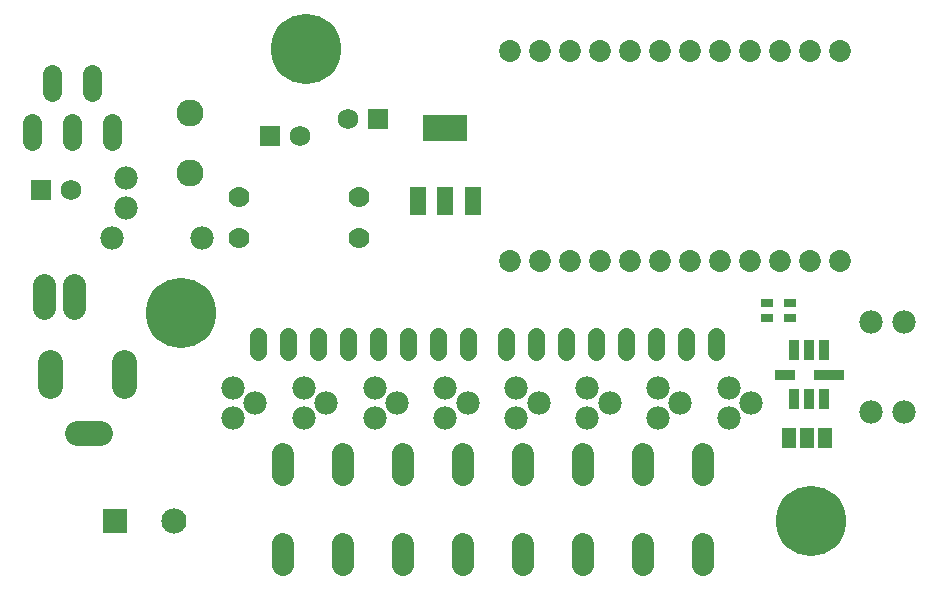
<source format=gts>
G75*
%MOIN*%
%OFA0B0*%
%FSLAX24Y24*%
%IPPOS*%
%LPD*%
%AMOC8*
5,1,8,0,0,1.08239X$1,22.5*
%
%ADD10R,0.1024X0.0355*%
%ADD11R,0.0697X0.0355*%
%ADD12R,0.0355X0.0697*%
%ADD13C,0.0827*%
%ADD14C,0.0780*%
%ADD15C,0.0690*%
%ADD16R,0.0690X0.0690*%
%ADD17R,0.0394X0.0316*%
%ADD18R,0.0500X0.0670*%
%ADD19C,0.0730*%
%ADD20C,0.0745*%
%ADD21C,0.0780*%
%ADD22C,0.0640*%
%ADD23C,0.0900*%
%ADD24C,0.0700*%
%ADD25R,0.0520X0.0920*%
%ADD26R,0.1457X0.0906*%
%ADD27R,0.0840X0.0840*%
%ADD28C,0.0840*%
%ADD29C,0.0560*%
%ADD30C,0.2340*%
D10*
X029417Y007394D03*
D11*
X027955Y007394D03*
D12*
X028268Y006581D03*
X028768Y006581D03*
X029268Y006581D03*
X029268Y008207D03*
X028768Y008207D03*
X028268Y008207D03*
D13*
X005933Y007796D02*
X005933Y007008D01*
X005146Y005433D02*
X004358Y005433D01*
X003453Y007008D02*
X003453Y007796D01*
D14*
X003256Y009623D02*
X003256Y010363D01*
X004256Y010363D02*
X004256Y009623D01*
D15*
X004150Y013536D03*
X011787Y015347D03*
X013386Y015898D03*
D16*
X014386Y015898D03*
X010787Y015347D03*
X003150Y013536D03*
D17*
X027350Y009776D03*
X028138Y009776D03*
X028138Y009264D03*
X027350Y009264D03*
D18*
X028089Y005268D03*
X028689Y005268D03*
X029289Y005268D03*
D19*
X028791Y011174D03*
X027791Y011174D03*
X026791Y011174D03*
X025791Y011174D03*
X024791Y011174D03*
X023791Y011174D03*
X022791Y011174D03*
X021791Y011174D03*
X020791Y011174D03*
X019791Y011174D03*
X018791Y011174D03*
X029791Y011174D03*
X029791Y018174D03*
X028791Y018174D03*
X027791Y018174D03*
X026791Y018174D03*
X025791Y018174D03*
X024791Y018174D03*
X023791Y018174D03*
X022791Y018174D03*
X021791Y018174D03*
X020791Y018174D03*
X019791Y018174D03*
X018791Y018174D03*
D20*
X019217Y004758D02*
X019217Y004053D01*
X021217Y004053D02*
X021217Y004758D01*
X023217Y004758D02*
X023217Y004053D01*
X025217Y004053D02*
X025217Y004758D01*
X025217Y001758D02*
X025217Y001053D01*
X023217Y001053D02*
X023217Y001758D01*
X021217Y001758D02*
X021217Y001053D01*
X019217Y001053D02*
X019217Y001758D01*
X017217Y001758D02*
X017217Y001053D01*
X015217Y001053D02*
X015217Y001758D01*
X013217Y001758D02*
X013217Y001053D01*
X011217Y001053D02*
X011217Y001758D01*
X011217Y004053D02*
X011217Y004758D01*
X013217Y004758D02*
X013217Y004053D01*
X015217Y004053D02*
X015217Y004758D01*
X017217Y004758D02*
X017217Y004053D01*
D21*
X016642Y005949D03*
X017392Y006449D03*
X016642Y006949D03*
X015030Y006449D03*
X014280Y005949D03*
X012667Y006449D03*
X011917Y005949D03*
X011917Y006949D03*
X010305Y006449D03*
X009555Y006949D03*
X009555Y005949D03*
X014280Y006949D03*
X019004Y006949D03*
X019754Y006449D03*
X019004Y005949D03*
X021366Y005949D03*
X022116Y006449D03*
X021366Y006949D03*
X023728Y006949D03*
X024478Y006449D03*
X023728Y005949D03*
X026091Y005949D03*
X026841Y006449D03*
X026091Y006949D03*
X030815Y006130D03*
X031917Y006130D03*
X031917Y009130D03*
X030815Y009130D03*
X008535Y011961D03*
X006012Y012957D03*
X006012Y013957D03*
X005535Y011961D03*
D22*
X005541Y015173D02*
X005541Y015773D01*
X004201Y015773D02*
X004201Y015173D01*
X002861Y015173D02*
X002861Y015773D01*
X003531Y016813D02*
X003531Y017413D01*
X004871Y017413D02*
X004871Y016813D01*
D23*
X008138Y016095D03*
X008138Y014126D03*
D24*
X009760Y013300D03*
X009760Y011961D03*
X013760Y011961D03*
X013760Y013300D03*
D25*
X015732Y013182D03*
X016642Y013182D03*
X017552Y013182D03*
D26*
X016642Y015622D03*
D27*
X005618Y002512D03*
D28*
X007587Y002512D03*
D29*
X010386Y008158D02*
X010386Y008678D01*
X011386Y008678D02*
X011386Y008158D01*
X012386Y008158D02*
X012386Y008678D01*
X013386Y008678D02*
X013386Y008158D01*
X014386Y008158D02*
X014386Y008678D01*
X015386Y008678D02*
X015386Y008158D01*
X016386Y008158D02*
X016386Y008678D01*
X017386Y008678D02*
X017386Y008158D01*
X018654Y008158D02*
X018654Y008678D01*
X019654Y008678D02*
X019654Y008158D01*
X020654Y008158D02*
X020654Y008678D01*
X021654Y008678D02*
X021654Y008158D01*
X022654Y008158D02*
X022654Y008678D01*
X023654Y008678D02*
X023654Y008158D01*
X024654Y008158D02*
X024654Y008678D01*
X025654Y008678D02*
X025654Y008158D01*
D30*
X028846Y002512D03*
X007823Y009441D03*
X011996Y018260D03*
M02*

</source>
